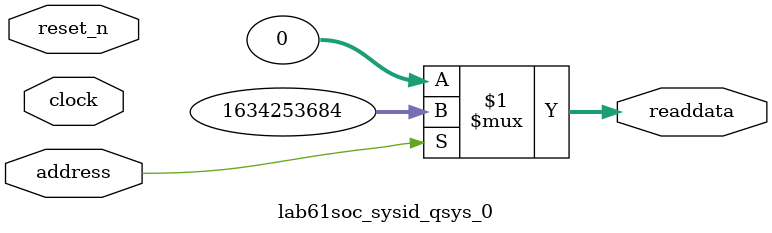
<source format=v>



// synthesis translate_off
`timescale 1ns / 1ps
// synthesis translate_on

// turn off superfluous verilog processor warnings 
// altera message_level Level1 
// altera message_off 10034 10035 10036 10037 10230 10240 10030 

module lab61soc_sysid_qsys_0 (
               // inputs:
                address,
                clock,
                reset_n,

               // outputs:
                readdata
             )
;

  output  [ 31: 0] readdata;
  input            address;
  input            clock;
  input            reset_n;

  wire    [ 31: 0] readdata;
  //control_slave, which is an e_avalon_slave
  assign readdata = address ? 1634253684 : 0;

endmodule



</source>
